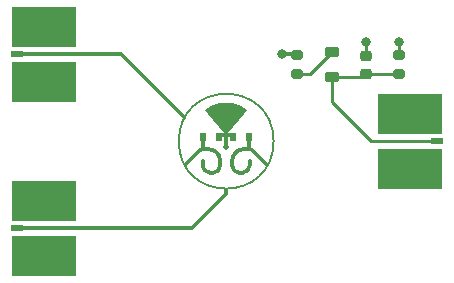
<source format=gbr>
%TF.GenerationSoftware,KiCad,Pcbnew,(6.0.4-0)*%
%TF.CreationDate,2022-03-26T13:10:47-05:00*%
%TF.ProjectId,EE515X_Project_With_Matching,45453531-3558-45f5-9072-6f6a6563745f,rev?*%
%TF.SameCoordinates,Original*%
%TF.FileFunction,Copper,L1,Top*%
%TF.FilePolarity,Positive*%
%FSLAX46Y46*%
G04 Gerber Fmt 4.6, Leading zero omitted, Abs format (unit mm)*
G04 Created by KiCad (PCBNEW (6.0.4-0)) date 2022-03-26 13:10:47*
%MOMM*%
%LPD*%
G01*
G04 APERTURE LIST*
G04 Aperture macros list*
%AMRoundRect*
0 Rectangle with rounded corners*
0 $1 Rounding radius*
0 $2 $3 $4 $5 $6 $7 $8 $9 X,Y pos of 4 corners*
0 Add a 4 corners polygon primitive as box body*
4,1,4,$2,$3,$4,$5,$6,$7,$8,$9,$2,$3,0*
0 Add four circle primitives for the rounded corners*
1,1,$1+$1,$2,$3*
1,1,$1+$1,$4,$5*
1,1,$1+$1,$6,$7*
1,1,$1+$1,$8,$9*
0 Add four rect primitives between the rounded corners*
20,1,$1+$1,$2,$3,$4,$5,0*
20,1,$1+$1,$4,$5,$6,$7,0*
20,1,$1+$1,$6,$7,$8,$9,0*
20,1,$1+$1,$8,$9,$2,$3,0*%
%AMFreePoly0*
4,1,24,0.194016,2.484503,0.387086,2.464210,0.578271,2.430499,0.766638,2.383534,0.951270,2.323543,1.131268,2.250819,1.305755,2.165716,1.473880,2.068649,1.634824,1.960091,1.787804,1.840570,0.171450,-0.085725,-0.171450,-0.085725,-1.787804,1.840570,-1.634824,1.960091,-1.473880,2.068649,-1.305755,2.165716,-1.131268,2.250819,-0.951270,2.323543,-0.766638,2.383534,-0.578271,2.430499,
-0.387086,2.464210,-0.194016,2.484503,0.000000,2.491278,0.194016,2.484503,0.194016,2.484503,$1*%
G04 Aperture macros list end*
%TA.AperFunction,EtchedComponent*%
%ADD10C,0.149860*%
%TD*%
%TA.AperFunction,SMDPad,CuDef*%
%ADD11R,1.016000X0.508000*%
%TD*%
%TA.AperFunction,ComponentPad*%
%ADD12C,0.762000*%
%TD*%
%TA.AperFunction,SMDPad,CuDef*%
%ADD13R,5.537200X3.449320*%
%TD*%
%TA.AperFunction,SMDPad,CuDef*%
%ADD14FreePoly0,0.000000*%
%TD*%
%TA.AperFunction,SMDPad,CuDef*%
%ADD15RoundRect,0.225000X0.250000X-0.225000X0.250000X0.225000X-0.250000X0.225000X-0.250000X-0.225000X0*%
%TD*%
%TA.AperFunction,SMDPad,CuDef*%
%ADD16R,0.600000X0.700000*%
%TD*%
%TA.AperFunction,SMDPad,CuDef*%
%ADD17C,0.149860*%
%TD*%
%TA.AperFunction,SMDPad,CuDef*%
%ADD18RoundRect,0.200000X-0.275000X0.200000X-0.275000X-0.200000X0.275000X-0.200000X0.275000X0.200000X0*%
%TD*%
%TA.AperFunction,SMDPad,CuDef*%
%ADD19RoundRect,0.218750X-0.381250X0.218750X-0.381250X-0.218750X0.381250X-0.218750X0.381250X0.218750X0*%
%TD*%
%TA.AperFunction,ViaPad*%
%ADD20C,0.800000*%
%TD*%
%TA.AperFunction,ViaPad*%
%ADD21C,0.508000*%
%TD*%
%TA.AperFunction,Conductor*%
%ADD22C,0.312420*%
%TD*%
%TA.AperFunction,Conductor*%
%ADD23C,0.127000*%
%TD*%
%TA.AperFunction,Conductor*%
%ADD24C,0.254000*%
%TD*%
G04 APERTURE END LIST*
D10*
%TO.C,HY1*%
X99961700Y-104394000D02*
G75*
G03*
X99961700Y-104394000I-4013200J0D01*
G01*
%TD*%
D11*
%TO.P,J2,1,In*%
%TO.N,/RF*%
X78221688Y-111760000D03*
D12*
%TO.P,J2,2,Ext*%
%TO.N,GND*%
X82158688Y-112826800D03*
X82158688Y-110693200D03*
X80888688Y-110693200D03*
D13*
X80482288Y-114100610D03*
D12*
X79618688Y-110693200D03*
X78348688Y-110693200D03*
X78348688Y-112826800D03*
X80888688Y-112826800D03*
X79618688Y-112826800D03*
D13*
X80482288Y-109419390D03*
%TD*%
D11*
%TO.P,J1,1,In*%
%TO.N,/LO*%
X78232000Y-97028000D03*
D12*
%TO.P,J1,2,Ext*%
%TO.N,GND*%
X82169000Y-98094800D03*
X82169000Y-95961200D03*
X80899000Y-95961200D03*
D13*
X80492600Y-99368610D03*
D12*
X79629000Y-95961200D03*
X78359000Y-95961200D03*
X78359000Y-98094800D03*
X80899000Y-98094800D03*
X79629000Y-98094800D03*
D13*
X80492600Y-94687390D03*
%TD*%
D11*
%TO.P,J3,1,In*%
%TO.N,/IF_FILTERED*%
X113802312Y-104394000D03*
D12*
%TO.P,J3,2,Ext*%
%TO.N,GND*%
X109865312Y-103327200D03*
X109865312Y-105460800D03*
X111135312Y-105460800D03*
D13*
X111541712Y-102053390D03*
D12*
X112405312Y-105460800D03*
X113675312Y-105460800D03*
X113675312Y-103327200D03*
X111135312Y-103327200D03*
X112405312Y-103327200D03*
D13*
X111541712Y-106734610D03*
%TD*%
D14*
%TO.P,ST1,1*%
%TO.N,/IF_UNFILTERED*%
X95948500Y-103598200D03*
%TD*%
D15*
%TO.P,C1,2*%
%TO.N,GND*%
X107823000Y-97142000D03*
%TO.P,C1,1*%
%TO.N,/IF_FILTERED*%
X107823000Y-98692000D03*
%TD*%
D16*
%TO.P,D2,2,A*%
%TO.N,/IF_UNFILTERED*%
X96518500Y-104030000D03*
%TO.P,D2,1,K*%
%TO.N,/DIFF*%
X97918500Y-104030000D03*
%TD*%
D17*
%TO.P,HY1,4,Diff*%
%TO.N,/DIFF*%
X99424033Y-106400600D03*
%TO.P,HY1,3,In2*%
%TO.N,/RF*%
X95948500Y-108407200D03*
%TO.P,HY1,2,Sum*%
%TO.N,/SUM*%
X92472967Y-106400600D03*
%TO.P,HY1,1,In1*%
%TO.N,/LO*%
X92472967Y-102387400D03*
%TD*%
D18*
%TO.P,R1,2*%
%TO.N,Net-(L1-Pad1)*%
X101985668Y-98742000D03*
%TO.P,R1,1*%
%TO.N,/IF_UNFILTERED*%
X101985668Y-97092000D03*
%TD*%
%TO.P,R2,2*%
%TO.N,/IF_FILTERED*%
X110621668Y-98742000D03*
%TO.P,R2,1*%
%TO.N,GND*%
X110621668Y-97092000D03*
%TD*%
D16*
%TO.P,D1,1,K*%
%TO.N,/IF_UNFILTERED*%
X95378500Y-104030000D03*
%TO.P,D1,2,A*%
%TO.N,/SUM*%
X93978500Y-104030000D03*
%TD*%
D19*
%TO.P,L1,2,2*%
%TO.N,/IF_FILTERED*%
X104904334Y-98979500D03*
%TO.P,L1,1,1*%
%TO.N,Net-(L1-Pad1)*%
X104904334Y-96854500D03*
%TD*%
D20*
%TO.N,GND*%
X110621668Y-96012000D03*
X107827668Y-96012000D03*
%TO.N,/IF_UNFILTERED*%
X100711000Y-97028000D03*
D21*
X95935800Y-104893600D03*
%TD*%
D22*
%TO.N,/DIFF*%
X97956083Y-105069913D02*
G75*
G02*
X98135687Y-105144296I17J-253987D01*
G01*
D23*
X99352354Y-106360961D02*
X99384394Y-106360961D01*
X99384394Y-106360961D02*
X99424033Y-106400600D01*
D22*
X97918500Y-105069900D02*
X97956083Y-105069900D01*
X98135688Y-105144295D02*
X99352354Y-106360961D01*
%TO.N,/SUM*%
X93754108Y-105144282D02*
G75*
G02*
X93933726Y-105069900I179592J-179618D01*
G01*
D23*
X92472967Y-106400600D02*
X92497816Y-106400600D01*
X92497816Y-106400600D02*
X92541522Y-106356894D01*
D22*
X93978500Y-105069900D02*
X93933726Y-105069900D01*
X93754121Y-105144295D02*
X92541522Y-106356894D01*
%TO.N,/IF_UNFILTERED*%
X95935800Y-104893600D02*
X95935800Y-103906962D01*
X95935800Y-103906962D02*
X96007631Y-103835131D01*
%TO.N,/DIFF*%
X97918500Y-104030000D02*
X97918500Y-105069900D01*
X97918500Y-105069900D02*
X97917000Y-105071400D01*
X97028000Y-107052600D02*
G75*
G02*
X96469200Y-106493800I0J558800D01*
G01*
X97942400Y-106443000D02*
X97942400Y-106062000D01*
X97028000Y-107052600D02*
X97332800Y-107052600D01*
X97917000Y-105071400D02*
X97409000Y-105071400D01*
X97942400Y-106443000D02*
G75*
G02*
X97332800Y-107052600I-609600J0D01*
G01*
X96469200Y-106011200D02*
X96469200Y-106493800D01*
X96469200Y-106011200D02*
G75*
G02*
X97409000Y-105071400I939800J0D01*
G01*
%TO.N,/SUM*%
X93978500Y-104030000D02*
X93978500Y-105069900D01*
X93978500Y-105069900D02*
X93980000Y-105071400D01*
X95427800Y-106011200D02*
G75*
G03*
X94488000Y-105071400I-939800J0D01*
G01*
X93954600Y-106443000D02*
G75*
G03*
X94564200Y-107052600I609600J0D01*
G01*
X94869000Y-107052600D02*
G75*
G03*
X95427800Y-106493800I0J558800D01*
G01*
X93954600Y-106443000D02*
X93954600Y-106062000D01*
X95427800Y-106011200D02*
X95427800Y-106493800D01*
X93980000Y-105071400D02*
X94488000Y-105071400D01*
X94869000Y-107052600D02*
X94564200Y-107052600D01*
D24*
%TO.N,/IF_FILTERED*%
X107873000Y-98742000D02*
X107823000Y-98692000D01*
X113675300Y-104394000D02*
X108204000Y-104394000D01*
X104904334Y-101094334D02*
X104904334Y-98979500D01*
X104904334Y-98979500D02*
X107535500Y-98979500D01*
X108204000Y-104394000D02*
X104904334Y-101094334D01*
X107535500Y-98979500D02*
X107823000Y-98692000D01*
X110621668Y-98742000D02*
X107873000Y-98742000D01*
%TO.N,GND*%
X107823000Y-96016668D02*
X107827668Y-96012000D01*
X110621668Y-97092000D02*
X110621668Y-96012000D01*
X107823000Y-97142000D02*
X107823000Y-96016668D01*
D22*
%TO.N,/IF_UNFILTERED*%
X95378500Y-103979351D02*
X95522720Y-103835131D01*
X95948500Y-103598200D02*
X95948500Y-103776000D01*
X95948500Y-103776000D02*
X96007631Y-103835131D01*
X96323631Y-103835131D02*
X96518500Y-104030000D01*
X96007631Y-103835131D02*
X96323631Y-103835131D01*
X101921668Y-97028000D02*
X101985668Y-97092000D01*
X96518500Y-104030000D02*
X96518500Y-103928634D01*
X95522720Y-103835131D02*
X96007631Y-103835131D01*
X95378500Y-104030000D02*
X95378500Y-103979351D01*
X100711000Y-97028000D02*
X101921668Y-97028000D01*
%TO.N,/RF*%
X93091000Y-111760000D02*
X95948223Y-108902777D01*
D23*
X95948223Y-108407477D02*
X95948500Y-108407200D01*
X95948223Y-108488494D02*
X95948223Y-108407477D01*
D22*
X78221700Y-111760000D02*
X93091000Y-111760000D01*
X95948223Y-108902777D02*
X95948223Y-108488494D01*
D23*
%TO.N,/LO*%
X92472967Y-102387400D02*
X92444477Y-102387400D01*
X92444477Y-102387400D02*
X92402580Y-102345503D01*
D22*
X87085077Y-97028000D02*
X92402580Y-102345503D01*
X78232000Y-97028000D02*
X87085077Y-97028000D01*
D24*
%TO.N,Net-(L1-Pad1)*%
X103016834Y-98742000D02*
X104904334Y-96854500D01*
X101985668Y-98742000D02*
X103016834Y-98742000D01*
%TD*%
M02*

</source>
